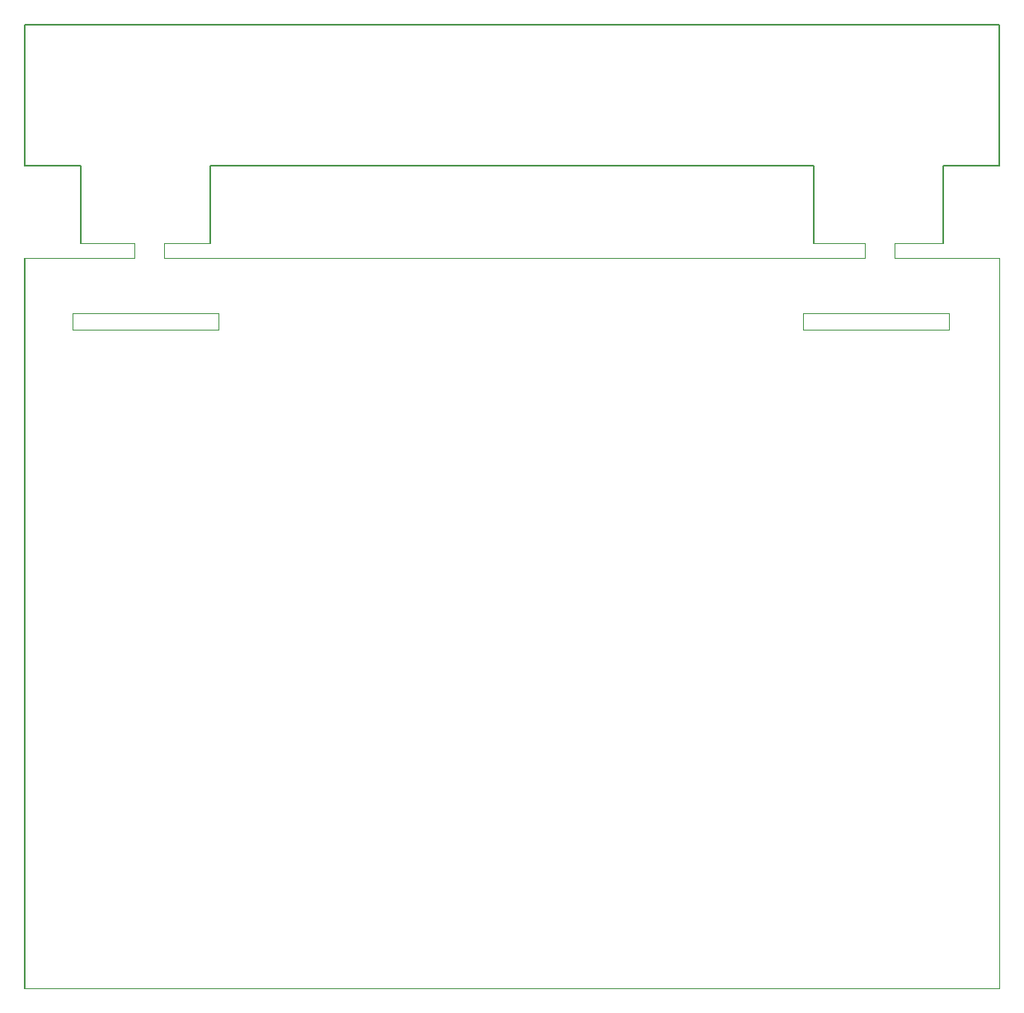
<source format=gm1>
%TF.GenerationSoftware,KiCad,Pcbnew,7.0.7*%
%TF.CreationDate,2024-04-29T13:44:56+02:00*%
%TF.ProjectId,IsItOpen,49734974-4f70-4656-9e2e-6b696361645f,rev?*%
%TF.SameCoordinates,Original*%
%TF.FileFunction,Profile,NP*%
%FSLAX46Y46*%
G04 Gerber Fmt 4.6, Leading zero omitted, Abs format (unit mm)*
G04 Created by KiCad (PCBNEW 7.0.7) date 2024-04-29 13:44:56*
%MOMM*%
%LPD*%
G01*
G04 APERTURE LIST*
%TA.AperFunction,Profile*%
%ADD10C,0.100000*%
%TD*%
%TA.AperFunction,Profile*%
%ADD11C,0.150000*%
%TD*%
G04 APERTURE END LIST*
D10*
X100000000Y-64000000D02*
X105500000Y-64000000D01*
X194250000Y-62500000D02*
X189250000Y-62500000D01*
D11*
X100000000Y-64000000D02*
X100000000Y-139000000D01*
D10*
X114250000Y-62500000D02*
X119000000Y-62500000D01*
D11*
X200000000Y-40000000D02*
X100000000Y-40000000D01*
D10*
X105500000Y-64000000D02*
X111250000Y-64000000D01*
D11*
X119000000Y-54500000D02*
X181000000Y-54500000D01*
D10*
X189250000Y-62500000D02*
X189250000Y-64000000D01*
X200000000Y-139000000D02*
X100000000Y-139000000D01*
D11*
X119000000Y-62500000D02*
X119000000Y-54500000D01*
D10*
X111250000Y-62500000D02*
X105750000Y-62500000D01*
X114250000Y-62500000D02*
X114250000Y-64000000D01*
D11*
X100000000Y-54500000D02*
X100000000Y-40000000D01*
D10*
X114250000Y-64000000D02*
X186250000Y-64000000D01*
D11*
X105750000Y-62500000D02*
X105750000Y-54500000D01*
X181000000Y-62500000D02*
X181000000Y-54500000D01*
X105750000Y-54500000D02*
X100000000Y-54500000D01*
D10*
X186250000Y-62500000D02*
X186250000Y-64000000D01*
D11*
X200000000Y-54500000D02*
X200000000Y-40000000D01*
D10*
X111250000Y-62500000D02*
X111250000Y-64000000D01*
D11*
X194250000Y-62500000D02*
X194250000Y-54500000D01*
X194250000Y-54500000D02*
X200000000Y-54500000D01*
D10*
X189250000Y-64000000D02*
X200000000Y-64000000D01*
X186250000Y-62500000D02*
X181000000Y-62500000D01*
X200000000Y-64000000D02*
X200000000Y-139000000D01*
%TO.C,Je*%
X104850000Y-71350000D02*
X119850000Y-71350000D01*
X119850000Y-71350000D02*
X119850000Y-69650000D01*
X119850000Y-69650000D02*
X104850000Y-69650000D01*
X104850000Y-69650000D02*
X104850000Y-71350000D01*
X179850000Y-71350000D02*
X194850000Y-71350000D01*
X194850000Y-71350000D02*
X194850000Y-69650000D01*
X194850000Y-69650000D02*
X179850000Y-69650000D01*
X179850000Y-69650000D02*
X179850000Y-71350000D01*
%TD*%
M02*

</source>
